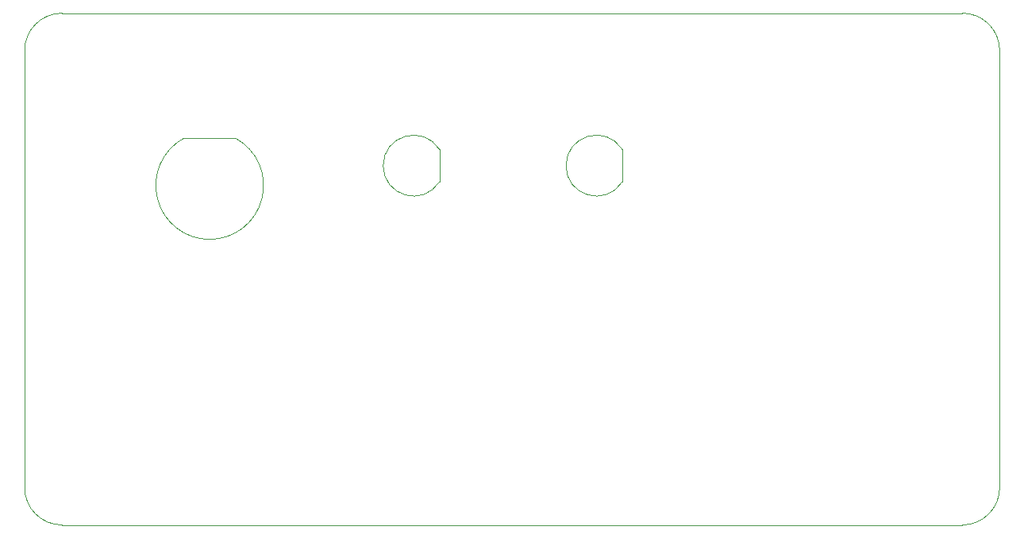
<source format=gbr>
%TF.GenerationSoftware,KiCad,Pcbnew,9.0.2*%
%TF.CreationDate,2025-05-19T10:19:53-04:00*%
%TF.ProjectId,backPanel,6261636b-5061-46e6-956c-2e6b69636164,rev?*%
%TF.SameCoordinates,Original*%
%TF.FileFunction,Profile,NP*%
%FSLAX46Y46*%
G04 Gerber Fmt 4.6, Leading zero omitted, Abs format (unit mm)*
G04 Created by KiCad (PCBNEW 9.0.2) date 2025-05-19 10:19:53*
%MOMM*%
%LPD*%
G01*
G04 APERTURE LIST*
%TA.AperFunction,Profile*%
%ADD10C,0.050000*%
%TD*%
G04 APERTURE END LIST*
D10*
X90010000Y-83990000D02*
G75*
G02*
X94000000Y-80000000I3990000J0D01*
G01*
X194010000Y-130620000D02*
X194010000Y-83990000D01*
X94000000Y-134610000D02*
G75*
G02*
X90010000Y-130620000I0J3990000D01*
G01*
X94000000Y-134610000D02*
X190020000Y-134610000D01*
X190020000Y-80000000D02*
X94000000Y-80000000D01*
X190020000Y-80000000D02*
G75*
G02*
X194010000Y-83990000I0J-3990000D01*
G01*
X194010000Y-130620000D02*
G75*
G02*
X190020000Y-134610000I-3990000J0D01*
G01*
X90010000Y-83990000D02*
X90010000Y-130620000D01*
%TO.C,J1*%
X107000460Y-93340000D02*
X112499540Y-93340000D01*
X112499540Y-93340000D02*
G75*
G02*
X107000460Y-93340000I-2749540J-5050000D01*
G01*
%TO.C,J2*%
X153750000Y-94537950D02*
X153750000Y-98002050D01*
X153750000Y-98002050D02*
G75*
G02*
X153750000Y-94537950I-2750000J1732050D01*
G01*
%TO.C,J3*%
X134250000Y-94537950D02*
X134250000Y-98002050D01*
X134250000Y-98002050D02*
G75*
G02*
X134250000Y-94537950I-2750000J1732050D01*
G01*
%TD*%
M02*

</source>
